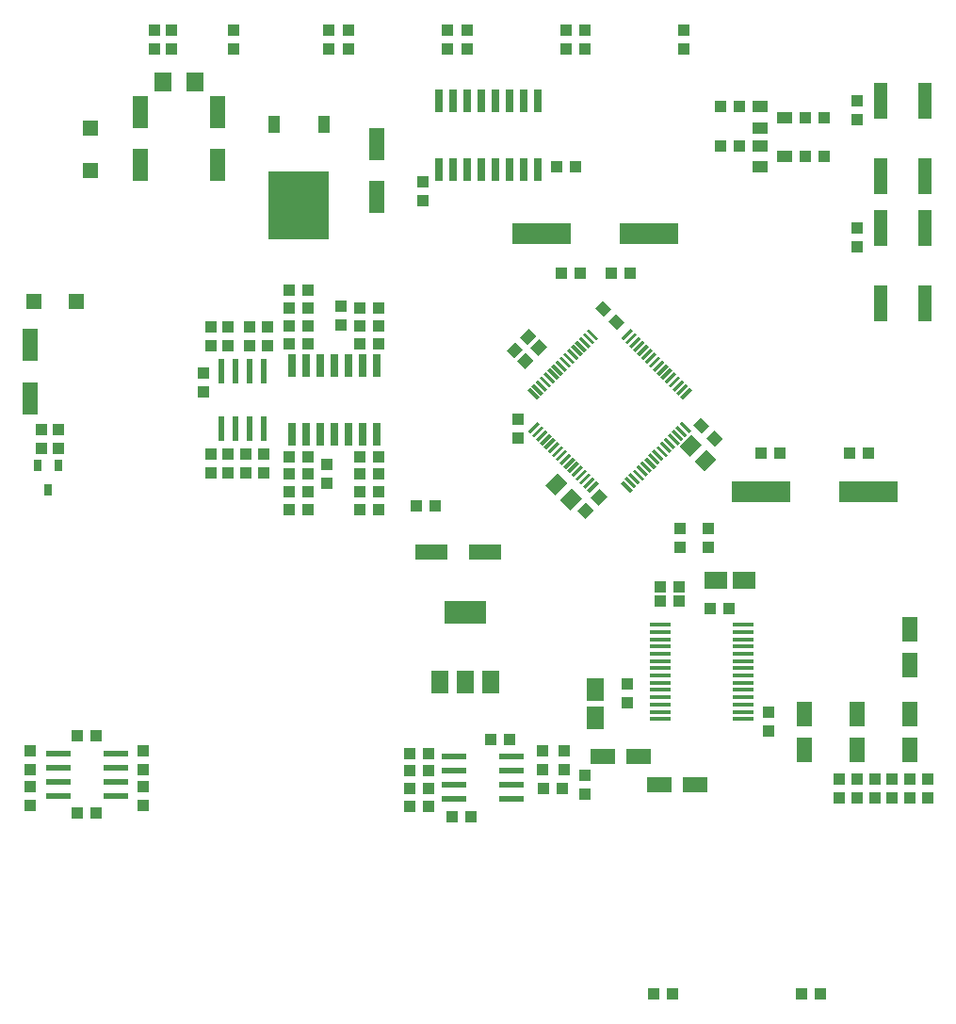
<source format=gbr>
G04 EAGLE Gerber RS-274X export*
G75*
%MOMM*%
%FSLAX34Y34*%
%LPD*%
%INSolderpaste Top*%
%IPPOS*%
%AMOC8*
5,1,8,0,0,1.08239X$1,22.5*%
G01*
%ADD10R,5.334000X1.930400*%
%ADD11R,1.100000X1.000000*%
%ADD12R,1.200000X3.200000*%
%ADD13R,1.000000X1.100000*%
%ADD14R,0.300000X1.200000*%
%ADD15R,1.300000X1.500000*%
%ADD16R,0.660400X2.032000*%
%ADD17R,0.700000X1.000000*%
%ADD18R,1.400000X3.000000*%
%ADD19R,1.400000X1.400000*%
%ADD20R,1.905000X0.381000*%
%ADD21R,1.400000X2.200000*%
%ADD22R,2.200000X1.400000*%
%ADD23R,2.200000X0.600000*%
%ADD24R,0.600000X2.200000*%
%ADD25R,1.400000X1.000000*%
%ADD26R,3.000000X1.400000*%
%ADD27R,1.498600X2.006600*%
%ADD28R,3.810000X2.006600*%
%ADD29R,5.400000X6.200000*%
%ADD30R,1.000000X1.600000*%
%ADD31R,1.600000X1.803000*%
%ADD32R,1.500000X2.000000*%
%ADD33R,2.000000X1.500000*%


D10*
X516890Y803275D03*
X613410Y803275D03*
D11*
X551425Y768350D03*
X534425Y768350D03*
D12*
X861375Y808700D03*
X861375Y740700D03*
X821375Y740700D03*
X821375Y808700D03*
D11*
X800100Y791600D03*
X800100Y808600D03*
X578875Y768350D03*
X595875Y768350D03*
D12*
X861375Y923000D03*
X861375Y855000D03*
X821375Y855000D03*
X821375Y923000D03*
D11*
X800100Y905900D03*
X800100Y922900D03*
G36*
X660458Y624061D02*
X652681Y631838D01*
X659752Y638909D01*
X667529Y631132D01*
X660458Y624061D01*
G37*
G36*
X672478Y612041D02*
X664701Y619818D01*
X671772Y626889D01*
X679549Y619112D01*
X672478Y612041D01*
G37*
G36*
X560562Y566362D02*
X568339Y574139D01*
X575410Y567068D01*
X567633Y559291D01*
X560562Y566362D01*
G37*
G36*
X548542Y554342D02*
X556319Y562119D01*
X563390Y555048D01*
X555613Y547271D01*
X548542Y554342D01*
G37*
D13*
X495300Y620150D03*
X495300Y637150D03*
D11*
G36*
X509414Y689668D02*
X501637Y681891D01*
X494566Y688962D01*
X502343Y696739D01*
X509414Y689668D01*
G37*
G36*
X521434Y701688D02*
X513657Y693911D01*
X506586Y700982D01*
X514363Y708759D01*
X521434Y701688D01*
G37*
G36*
X499889Y699193D02*
X492112Y691416D01*
X485041Y698487D01*
X492818Y706264D01*
X499889Y699193D01*
G37*
G36*
X511909Y711213D02*
X504132Y703436D01*
X497061Y710507D01*
X504838Y718284D01*
X511909Y711213D01*
G37*
D13*
X593725Y399025D03*
X593725Y382025D03*
D11*
G36*
X583508Y731664D02*
X591285Y723887D01*
X584214Y716816D01*
X576437Y724593D01*
X583508Y731664D01*
G37*
G36*
X571488Y743684D02*
X579265Y735907D01*
X572194Y728836D01*
X564417Y736613D01*
X571488Y743684D01*
G37*
D14*
G36*
X557087Y716199D02*
X559209Y718321D01*
X567693Y709837D01*
X565571Y707715D01*
X557087Y716199D01*
G37*
G36*
X553551Y712664D02*
X555673Y714786D01*
X564157Y706302D01*
X562035Y704180D01*
X553551Y712664D01*
G37*
G36*
X550016Y709128D02*
X552138Y711250D01*
X560622Y702766D01*
X558500Y700644D01*
X550016Y709128D01*
G37*
G36*
X546480Y705593D02*
X548602Y707715D01*
X557086Y699231D01*
X554964Y697109D01*
X546480Y705593D01*
G37*
G36*
X542945Y702057D02*
X545067Y704179D01*
X553551Y695695D01*
X551429Y693573D01*
X542945Y702057D01*
G37*
G36*
X539409Y698522D02*
X541531Y700644D01*
X550015Y692160D01*
X547893Y690038D01*
X539409Y698522D01*
G37*
G36*
X535874Y694986D02*
X537996Y697108D01*
X546480Y688624D01*
X544358Y686502D01*
X535874Y694986D01*
G37*
G36*
X532338Y691450D02*
X534460Y693572D01*
X542944Y685088D01*
X540822Y682966D01*
X532338Y691450D01*
G37*
G36*
X528803Y687915D02*
X530925Y690037D01*
X539409Y681553D01*
X537287Y679431D01*
X528803Y687915D01*
G37*
G36*
X525267Y684379D02*
X527389Y686501D01*
X535873Y678017D01*
X533751Y675895D01*
X525267Y684379D01*
G37*
G36*
X521731Y680844D02*
X523853Y682966D01*
X532337Y674482D01*
X530215Y672360D01*
X521731Y680844D01*
G37*
G36*
X518196Y677308D02*
X520318Y679430D01*
X528802Y670946D01*
X526680Y668824D01*
X518196Y677308D01*
G37*
G36*
X514660Y673773D02*
X516782Y675895D01*
X525266Y667411D01*
X523144Y665289D01*
X514660Y673773D01*
G37*
G36*
X511125Y670237D02*
X513247Y672359D01*
X521731Y663875D01*
X519609Y661753D01*
X511125Y670237D01*
G37*
G36*
X507589Y666702D02*
X509711Y668824D01*
X518195Y660340D01*
X516073Y658218D01*
X507589Y666702D01*
G37*
G36*
X504054Y663166D02*
X506176Y665288D01*
X514660Y656804D01*
X512538Y654682D01*
X504054Y663166D01*
G37*
G36*
X506355Y623941D02*
X504233Y626063D01*
X512717Y634547D01*
X514839Y632425D01*
X506355Y623941D01*
G37*
G36*
X509891Y620406D02*
X507769Y622528D01*
X516253Y631012D01*
X518375Y628890D01*
X509891Y620406D01*
G37*
G36*
X513426Y616870D02*
X511304Y618992D01*
X519788Y627476D01*
X521910Y625354D01*
X513426Y616870D01*
G37*
G36*
X516962Y613335D02*
X514840Y615457D01*
X523324Y623941D01*
X525446Y621819D01*
X516962Y613335D01*
G37*
G36*
X520498Y609799D02*
X518376Y611921D01*
X526860Y620405D01*
X528982Y618283D01*
X520498Y609799D01*
G37*
G36*
X524033Y606264D02*
X521911Y608386D01*
X530395Y616870D01*
X532517Y614748D01*
X524033Y606264D01*
G37*
G36*
X527569Y602728D02*
X525447Y604850D01*
X533931Y613334D01*
X536053Y611212D01*
X527569Y602728D01*
G37*
G36*
X531104Y599193D02*
X528982Y601315D01*
X537466Y609799D01*
X539588Y607677D01*
X531104Y599193D01*
G37*
G36*
X534640Y595657D02*
X532518Y597779D01*
X541002Y606263D01*
X543124Y604141D01*
X534640Y595657D01*
G37*
G36*
X538175Y592122D02*
X536053Y594244D01*
X544537Y602728D01*
X546659Y600606D01*
X538175Y592122D01*
G37*
G36*
X541711Y588586D02*
X539589Y590708D01*
X548073Y599192D01*
X550195Y597070D01*
X541711Y588586D01*
G37*
G36*
X545246Y585051D02*
X543124Y587173D01*
X551608Y595657D01*
X553730Y593535D01*
X545246Y585051D01*
G37*
G36*
X548782Y581515D02*
X546660Y583637D01*
X555144Y592121D01*
X557266Y589999D01*
X548782Y581515D01*
G37*
G36*
X552317Y577979D02*
X550195Y580101D01*
X558679Y588585D01*
X560801Y586463D01*
X552317Y577979D01*
G37*
G36*
X555853Y574444D02*
X553731Y576566D01*
X562215Y585050D01*
X564337Y582928D01*
X555853Y574444D01*
G37*
G36*
X559388Y570908D02*
X557266Y573030D01*
X565750Y581514D01*
X567872Y579392D01*
X559388Y570908D01*
G37*
G36*
X598254Y573210D02*
X596132Y571088D01*
X587648Y579572D01*
X589770Y581694D01*
X598254Y573210D01*
G37*
G36*
X601790Y576746D02*
X599668Y574624D01*
X591184Y583108D01*
X593306Y585230D01*
X601790Y576746D01*
G37*
G36*
X605325Y580281D02*
X603203Y578159D01*
X594719Y586643D01*
X596841Y588765D01*
X605325Y580281D01*
G37*
G36*
X608861Y583817D02*
X606739Y581695D01*
X598255Y590179D01*
X600377Y592301D01*
X608861Y583817D01*
G37*
G36*
X612396Y587352D02*
X610274Y585230D01*
X601790Y593714D01*
X603912Y595836D01*
X612396Y587352D01*
G37*
G36*
X615932Y590888D02*
X613810Y588766D01*
X605326Y597250D01*
X607448Y599372D01*
X615932Y590888D01*
G37*
G36*
X619467Y594423D02*
X617345Y592301D01*
X608861Y600785D01*
X610983Y602907D01*
X619467Y594423D01*
G37*
G36*
X623003Y597959D02*
X620881Y595837D01*
X612397Y604321D01*
X614519Y606443D01*
X623003Y597959D01*
G37*
G36*
X626538Y601494D02*
X624416Y599372D01*
X615932Y607856D01*
X618054Y609978D01*
X626538Y601494D01*
G37*
G36*
X630074Y605030D02*
X627952Y602908D01*
X619468Y611392D01*
X621590Y613514D01*
X630074Y605030D01*
G37*
G36*
X633609Y608565D02*
X631487Y606443D01*
X623003Y614927D01*
X625125Y617049D01*
X633609Y608565D01*
G37*
G36*
X637145Y612101D02*
X635023Y609979D01*
X626539Y618463D01*
X628661Y620585D01*
X637145Y612101D01*
G37*
G36*
X640680Y615636D02*
X638558Y613514D01*
X630074Y621998D01*
X632196Y624120D01*
X640680Y615636D01*
G37*
G36*
X644216Y619172D02*
X642094Y617050D01*
X633610Y625534D01*
X635732Y627656D01*
X644216Y619172D01*
G37*
G36*
X647751Y622707D02*
X645629Y620585D01*
X637145Y629069D01*
X639267Y631191D01*
X647751Y622707D01*
G37*
G36*
X651287Y626243D02*
X649165Y624121D01*
X640681Y632605D01*
X642803Y634727D01*
X651287Y626243D01*
G37*
G36*
X649524Y665288D02*
X651646Y663166D01*
X643162Y654682D01*
X641040Y656804D01*
X649524Y665288D01*
G37*
G36*
X645989Y668824D02*
X648111Y666702D01*
X639627Y658218D01*
X637505Y660340D01*
X645989Y668824D01*
G37*
G36*
X642453Y672359D02*
X644575Y670237D01*
X636091Y661753D01*
X633969Y663875D01*
X642453Y672359D01*
G37*
G36*
X638918Y675895D02*
X641040Y673773D01*
X632556Y665289D01*
X630434Y667411D01*
X638918Y675895D01*
G37*
G36*
X635382Y679430D02*
X637504Y677308D01*
X629020Y668824D01*
X626898Y670946D01*
X635382Y679430D01*
G37*
G36*
X631847Y682966D02*
X633969Y680844D01*
X625485Y672360D01*
X623363Y674482D01*
X631847Y682966D01*
G37*
G36*
X628311Y686501D02*
X630433Y684379D01*
X621949Y675895D01*
X619827Y678017D01*
X628311Y686501D01*
G37*
G36*
X624775Y690037D02*
X626897Y687915D01*
X618413Y679431D01*
X616291Y681553D01*
X624775Y690037D01*
G37*
G36*
X621240Y693572D02*
X623362Y691450D01*
X614878Y682966D01*
X612756Y685088D01*
X621240Y693572D01*
G37*
G36*
X617704Y697108D02*
X619826Y694986D01*
X611342Y686502D01*
X609220Y688624D01*
X617704Y697108D01*
G37*
G36*
X614169Y700644D02*
X616291Y698522D01*
X607807Y690038D01*
X605685Y692160D01*
X614169Y700644D01*
G37*
G36*
X610633Y704179D02*
X612755Y702057D01*
X604271Y693573D01*
X602149Y695695D01*
X610633Y704179D01*
G37*
G36*
X607098Y707715D02*
X609220Y705593D01*
X600736Y697109D01*
X598614Y699231D01*
X607098Y707715D01*
G37*
G36*
X603562Y711250D02*
X605684Y709128D01*
X597200Y700644D01*
X595078Y702766D01*
X603562Y711250D01*
G37*
G36*
X600027Y714786D02*
X602149Y712664D01*
X593665Y704180D01*
X591543Y706302D01*
X600027Y714786D01*
G37*
G36*
X596491Y718321D02*
X598613Y716199D01*
X590129Y707715D01*
X588007Y709837D01*
X596491Y718321D01*
G37*
D15*
G36*
X544000Y574681D02*
X553192Y565489D01*
X542586Y554883D01*
X533394Y564075D01*
X544000Y574681D01*
G37*
G36*
X530564Y588117D02*
X539756Y578925D01*
X529150Y568319D01*
X519958Y577511D01*
X530564Y588117D01*
G37*
G36*
X649800Y603244D02*
X640608Y612436D01*
X651214Y623042D01*
X660406Y613850D01*
X649800Y603244D01*
G37*
G36*
X663236Y589808D02*
X654044Y599000D01*
X664650Y609606D01*
X673842Y600414D01*
X663236Y589808D01*
G37*
D11*
X640325Y473075D03*
X623325Y473075D03*
D16*
X292100Y623316D03*
X292100Y684784D03*
X304800Y623316D03*
X317500Y623316D03*
X304800Y684784D03*
X317500Y684784D03*
X330200Y623316D03*
X330200Y684784D03*
X342900Y623316D03*
X355600Y623316D03*
X342900Y684784D03*
X355600Y684784D03*
X368300Y623316D03*
X368300Y684784D03*
D13*
X306950Y752475D03*
X289950Y752475D03*
X289950Y720725D03*
X306950Y720725D03*
X306950Y736600D03*
X289950Y736600D03*
D11*
X306950Y704850D03*
X289950Y704850D03*
X336550Y721750D03*
X336550Y738750D03*
D13*
X370450Y720725D03*
X353450Y720725D03*
X353450Y736600D03*
X370450Y736600D03*
D11*
X353450Y704850D03*
X370450Y704850D03*
D13*
X306950Y555625D03*
X289950Y555625D03*
X289950Y587375D03*
X306950Y587375D03*
X306950Y571500D03*
X289950Y571500D03*
D11*
X306950Y603250D03*
X289950Y603250D03*
D13*
X353450Y555625D03*
X370450Y555625D03*
X370450Y587375D03*
X353450Y587375D03*
D11*
X353450Y603250D03*
X370450Y603250D03*
D17*
X73025Y573200D03*
X63525Y595200D03*
X82525Y595200D03*
D11*
X66675Y627625D03*
X66675Y610625D03*
D13*
X82550Y610625D03*
X82550Y627625D03*
D18*
X155575Y865000D03*
X155575Y913000D03*
X57150Y655450D03*
X57150Y703450D03*
X368300Y836425D03*
X368300Y884425D03*
D11*
X529662Y863600D03*
X546662Y863600D03*
D19*
X111125Y898475D03*
X111125Y860475D03*
X60375Y742950D03*
X98375Y742950D03*
D13*
X353450Y571500D03*
X370450Y571500D03*
X323850Y595875D03*
X323850Y578875D03*
D20*
X622878Y451900D03*
X622878Y445400D03*
X622878Y438900D03*
X622878Y432400D03*
X622878Y425900D03*
X622878Y419400D03*
X622878Y412900D03*
X622878Y406400D03*
X622878Y399900D03*
X622878Y393400D03*
X622878Y386900D03*
X622878Y380400D03*
X622878Y373900D03*
X622878Y367400D03*
X697922Y367400D03*
X697922Y373900D03*
X697922Y380400D03*
X697922Y386900D03*
X697922Y393400D03*
X697922Y399900D03*
X697922Y406400D03*
X697922Y412900D03*
X697922Y419400D03*
X697922Y425900D03*
X697922Y432400D03*
X697922Y438900D03*
X697922Y445400D03*
X697922Y451900D03*
D11*
X667775Y466725D03*
X684775Y466725D03*
D13*
X720725Y373625D03*
X720725Y356625D03*
D21*
X752475Y339600D03*
X752475Y371600D03*
D11*
X784225Y313300D03*
X784225Y296300D03*
X800100Y296300D03*
X800100Y313300D03*
D13*
X815975Y313300D03*
X815975Y296300D03*
D11*
X831850Y313300D03*
X831850Y296300D03*
X847725Y296300D03*
X847725Y313300D03*
D13*
X863600Y313300D03*
X863600Y296300D03*
D21*
X800100Y339600D03*
X800100Y371600D03*
X847725Y339600D03*
X847725Y371600D03*
D22*
X622175Y307975D03*
X654175Y307975D03*
D11*
X555625Y299475D03*
X555625Y316475D03*
D13*
X518550Y304800D03*
X535550Y304800D03*
D23*
X437550Y320675D03*
X489550Y320675D03*
X437550Y333375D03*
X437550Y307975D03*
X437550Y295275D03*
X489550Y333375D03*
X489550Y307975D03*
X489550Y295275D03*
D11*
X536575Y338700D03*
X536575Y321700D03*
D13*
X517525Y321700D03*
X517525Y338700D03*
X767325Y120650D03*
X750325Y120650D03*
D22*
X571375Y333375D03*
X603375Y333375D03*
D13*
X414900Y288925D03*
X397900Y288925D03*
X414900Y304800D03*
X397900Y304800D03*
X397900Y320675D03*
X414900Y320675D03*
D11*
X414900Y336550D03*
X397900Y336550D03*
D13*
X616975Y120650D03*
X633975Y120650D03*
D11*
X487925Y349250D03*
X470925Y349250D03*
X453000Y279400D03*
X436000Y279400D03*
X666750Y538725D03*
X666750Y521725D03*
X641350Y538725D03*
X641350Y521725D03*
X250825Y605400D03*
X250825Y588400D03*
X219075Y588400D03*
X219075Y605400D03*
X266700Y605400D03*
X266700Y588400D03*
D13*
X234950Y605400D03*
X234950Y588400D03*
D11*
X269875Y702700D03*
X269875Y719700D03*
X234950Y702700D03*
X234950Y719700D03*
D13*
X219075Y719700D03*
X219075Y702700D03*
D11*
X254000Y702700D03*
X254000Y719700D03*
D24*
X241300Y628050D03*
X241300Y680050D03*
X228600Y628050D03*
X254000Y628050D03*
X266700Y628050D03*
X228600Y680050D03*
X254000Y680050D03*
X266700Y680050D03*
D25*
X734900Y908050D03*
X712900Y898550D03*
X712900Y917550D03*
D13*
X677300Y917575D03*
X694300Y917575D03*
D25*
X734900Y873125D03*
X712900Y863625D03*
X712900Y882625D03*
D13*
X677300Y882650D03*
X694300Y882650D03*
X753500Y873125D03*
X770500Y873125D03*
X753500Y908050D03*
X770500Y908050D03*
D11*
X184150Y986400D03*
X184150Y969400D03*
D13*
X212725Y678425D03*
X212725Y661425D03*
D16*
X512762Y922909D03*
X512762Y861441D03*
X500062Y922909D03*
X487362Y922909D03*
X500062Y861441D03*
X487362Y861441D03*
X474662Y922909D03*
X474662Y861441D03*
X461962Y922909D03*
X461962Y861441D03*
X449262Y922909D03*
X436562Y922909D03*
X449262Y861441D03*
X436562Y861441D03*
X423862Y922909D03*
X423862Y861441D03*
D11*
X644525Y986400D03*
X644525Y969400D03*
X555625Y986400D03*
X555625Y969400D03*
X538162Y986400D03*
X538162Y969400D03*
X449262Y986400D03*
X449262Y969400D03*
X431799Y986400D03*
X431799Y969400D03*
X342899Y986400D03*
X342899Y969400D03*
X239712Y969400D03*
X239712Y986400D03*
X325437Y986400D03*
X325437Y969400D03*
X158750Y338700D03*
X158750Y321700D03*
X57150Y338700D03*
X57150Y321700D03*
D23*
X81950Y323850D03*
X133950Y323850D03*
X81950Y336550D03*
X81950Y311150D03*
X81950Y298450D03*
X133950Y336550D03*
X133950Y311150D03*
X133950Y298450D03*
D11*
X158750Y306950D03*
X158750Y289950D03*
X57150Y306950D03*
X57150Y289950D03*
X116450Y352425D03*
X99450Y352425D03*
X116450Y282575D03*
X99450Y282575D03*
D13*
X409575Y832875D03*
X409575Y849875D03*
D26*
X465325Y517525D03*
X417325Y517525D03*
D11*
X421250Y558800D03*
X404250Y558800D03*
D27*
X425069Y400304D03*
X447929Y400304D03*
X470789Y400304D03*
D28*
X447675Y463296D03*
D11*
X168275Y986400D03*
X168275Y969400D03*
D29*
X298450Y829075D03*
D30*
X321250Y902075D03*
X275650Y902075D03*
D18*
X225425Y865000D03*
X225425Y913000D03*
D31*
X204720Y939800D03*
X176280Y939800D03*
D10*
X713740Y571500D03*
X810260Y571500D03*
D11*
X730813Y606425D03*
X713813Y606425D03*
X793188Y606425D03*
X810188Y606425D03*
D32*
X565150Y368000D03*
X565150Y394000D03*
D33*
X698800Y492125D03*
X672800Y492125D03*
D21*
X847725Y415800D03*
X847725Y447800D03*
D11*
X640325Y485775D03*
X623325Y485775D03*
M02*

</source>
